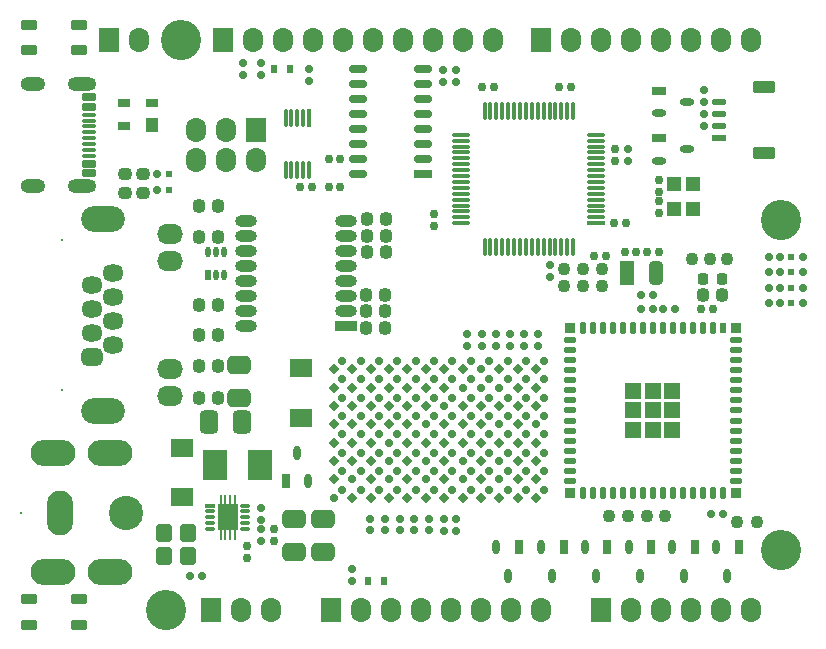
<source format=gts>
G04*
G04 #@! TF.GenerationSoftware,Altium Limited,Altium Designer,23.3.1 (30)*
G04*
G04 Layer_Color=8388736*
%FSLAX44Y44*%
%MOMM*%
G71*
G04*
G04 #@! TF.SameCoordinates,F927A1A9-083D-4E77-8F85-F88C074BD17A*
G04*
G04*
G04 #@! TF.FilePolarity,Negative*
G04*
G01*
G75*
%ADD69C,1.1000*%
G04:AMPARAMS|DCode=70|XSize=1.4032mm|YSize=0.8532mm|CornerRadius=0.1341mm|HoleSize=0mm|Usage=FLASHONLY|Rotation=180.000|XOffset=0mm|YOffset=0mm|HoleType=Round|Shape=RoundedRectangle|*
%AMROUNDEDRECTD70*
21,1,1.4032,0.5850,0,0,180.0*
21,1,1.1350,0.8532,0,0,180.0*
1,1,0.2682,-0.5675,0.2925*
1,1,0.2682,0.5675,0.2925*
1,1,0.2682,0.5675,-0.2925*
1,1,0.2682,-0.5675,-0.2925*
%
%ADD70ROUNDEDRECTD70*%
G04:AMPARAMS|DCode=71|XSize=0.5mm|YSize=0.95mm|CornerRadius=0.13mm|HoleSize=0mm|Usage=FLASHONLY|Rotation=0.000|XOffset=0mm|YOffset=0mm|HoleType=Round|Shape=RoundedRectangle|*
%AMROUNDEDRECTD71*
21,1,0.5000,0.6900,0,0,0.0*
21,1,0.2400,0.9500,0,0,0.0*
1,1,0.2600,0.1200,-0.3450*
1,1,0.2600,-0.1200,-0.3450*
1,1,0.2600,-0.1200,0.3450*
1,1,0.2600,0.1200,0.3450*
%
%ADD71ROUNDEDRECTD71*%
G04:AMPARAMS|DCode=72|XSize=0.6mm|YSize=0.6mm|CornerRadius=0.175mm|HoleSize=0mm|Usage=FLASHONLY|Rotation=0.000|XOffset=0mm|YOffset=0mm|HoleType=Round|Shape=RoundedRectangle|*
%AMROUNDEDRECTD72*
21,1,0.6000,0.2500,0,0,0.0*
21,1,0.2500,0.6000,0,0,0.0*
1,1,0.3500,0.1250,-0.1250*
1,1,0.3500,-0.1250,-0.1250*
1,1,0.3500,-0.1250,0.1250*
1,1,0.3500,0.1250,0.1250*
%
%ADD72ROUNDEDRECTD72*%
%ADD73O,1.5500X0.7000*%
G04:AMPARAMS|DCode=74|XSize=1.0032mm|YSize=1.1032mm|CornerRadius=0.3016mm|HoleSize=0mm|Usage=FLASHONLY|Rotation=90.000|XOffset=0mm|YOffset=0mm|HoleType=Round|Shape=RoundedRectangle|*
%AMROUNDEDRECTD74*
21,1,1.0032,0.5000,0,0,90.0*
21,1,0.4000,1.1032,0,0,90.0*
1,1,0.6032,0.2500,0.2000*
1,1,0.6032,0.2500,-0.2000*
1,1,0.6032,-0.2500,-0.2000*
1,1,0.6032,-0.2500,0.2000*
%
%ADD74ROUNDEDRECTD74*%
G04:AMPARAMS|DCode=75|XSize=1.0032mm|YSize=1.1032mm|CornerRadius=0.3016mm|HoleSize=0mm|Usage=FLASHONLY|Rotation=0.000|XOffset=0mm|YOffset=0mm|HoleType=Round|Shape=RoundedRectangle|*
%AMROUNDEDRECTD75*
21,1,1.0032,0.5000,0,0,0.0*
21,1,0.4000,1.1032,0,0,0.0*
1,1,0.6032,0.2000,-0.2500*
1,1,0.6032,-0.2000,-0.2500*
1,1,0.6032,-0.2000,0.2500*
1,1,0.6032,0.2000,0.2500*
%
%ADD75ROUNDEDRECTD75*%
G04:AMPARAMS|DCode=76|XSize=0.66mm|YSize=1.14mm|CornerRadius=0.09mm|HoleSize=0mm|Usage=FLASHONLY|Rotation=270.000|XOffset=0mm|YOffset=0mm|HoleType=Round|Shape=RoundedRectangle|*
%AMROUNDEDRECTD76*
21,1,0.6600,0.9600,0,0,270.0*
21,1,0.4800,1.1400,0,0,270.0*
1,1,0.1800,-0.4800,-0.2400*
1,1,0.1800,-0.4800,0.2400*
1,1,0.1800,0.4800,0.2400*
1,1,0.1800,0.4800,-0.2400*
%
%ADD76ROUNDEDRECTD76*%
G04:AMPARAMS|DCode=77|XSize=0.36mm|YSize=1.14mm|CornerRadius=0.06mm|HoleSize=0mm|Usage=FLASHONLY|Rotation=90.000|XOffset=0mm|YOffset=0mm|HoleType=Round|Shape=RoundedRectangle|*
%AMROUNDEDRECTD77*
21,1,0.3600,1.0200,0,0,90.0*
21,1,0.2400,1.1400,0,0,90.0*
1,1,0.1200,0.5100,0.1200*
1,1,0.1200,0.5100,-0.1200*
1,1,0.1200,-0.5100,-0.1200*
1,1,0.1200,-0.5100,0.1200*
%
%ADD77ROUNDEDRECTD77*%
G04:AMPARAMS|DCode=78|XSize=0.6mm|YSize=0.6mm|CornerRadius=0.175mm|HoleSize=0mm|Usage=FLASHONLY|Rotation=90.000|XOffset=0mm|YOffset=0mm|HoleType=Round|Shape=RoundedRectangle|*
%AMROUNDEDRECTD78*
21,1,0.6000,0.2500,0,0,90.0*
21,1,0.2500,0.6000,0,0,90.0*
1,1,0.3500,0.1250,0.1250*
1,1,0.3500,0.1250,-0.1250*
1,1,0.3500,-0.1250,-0.1250*
1,1,0.3500,-0.1250,0.1250*
%
%ADD78ROUNDEDRECTD78*%
G04:AMPARAMS|DCode=79|XSize=1.6032mm|YSize=2.0032mm|CornerRadius=0.4516mm|HoleSize=0mm|Usage=FLASHONLY|Rotation=90.000|XOffset=0mm|YOffset=0mm|HoleType=Round|Shape=RoundedRectangle|*
%AMROUNDEDRECTD79*
21,1,1.6032,1.1000,0,0,90.0*
21,1,0.7000,2.0032,0,0,90.0*
1,1,0.9032,0.5500,0.3500*
1,1,0.9032,0.5500,-0.3500*
1,1,0.9032,-0.5500,-0.3500*
1,1,0.9032,-0.5500,0.3500*
%
%ADD79ROUNDEDRECTD79*%
G04:AMPARAMS|DCode=80|XSize=0.6mm|YSize=0.6mm|CornerRadius=0.175mm|HoleSize=0mm|Usage=FLASHONLY|Rotation=45.000|XOffset=0mm|YOffset=0mm|HoleType=Round|Shape=RoundedRectangle|*
%AMROUNDEDRECTD80*
21,1,0.6000,0.2500,0,0,45.0*
21,1,0.2500,0.6000,0,0,45.0*
1,1,0.3500,0.1768,0.0000*
1,1,0.3500,0.0000,-0.1768*
1,1,0.3500,-0.1768,0.0000*
1,1,0.3500,0.0000,0.1768*
%
%ADD80ROUNDEDRECTD80*%
%ADD81P,0.8485X4X90.0*%
%ADD82R,2.0032X2.5032*%
%ADD83O,0.7000X1.2000*%
%ADD84R,0.7000X1.2000*%
G04:AMPARAMS|DCode=85|XSize=0.66mm|YSize=0.66mm|CornerRadius=0.205mm|HoleSize=0mm|Usage=FLASHONLY|Rotation=0.000|XOffset=0mm|YOffset=0mm|HoleType=Round|Shape=RoundedRectangle|*
%AMROUNDEDRECTD85*
21,1,0.6600,0.2500,0,0,0.0*
21,1,0.2500,0.6600,0,0,0.0*
1,1,0.4100,0.1250,-0.1250*
1,1,0.4100,-0.1250,-0.1250*
1,1,0.4100,-0.1250,0.1250*
1,1,0.4100,0.1250,0.1250*
%
%ADD85ROUNDEDRECTD85*%
%ADD86R,0.3600X1.5100*%
%ADD87O,0.3600X1.5100*%
G04:AMPARAMS|DCode=88|XSize=1.6032mm|YSize=2.0032mm|CornerRadius=0.4516mm|HoleSize=0mm|Usage=FLASHONLY|Rotation=180.000|XOffset=0mm|YOffset=0mm|HoleType=Round|Shape=RoundedRectangle|*
%AMROUNDEDRECTD88*
21,1,1.6032,1.1000,0,0,180.0*
21,1,0.7000,2.0032,0,0,180.0*
1,1,0.9032,-0.3500,0.5500*
1,1,0.9032,0.3500,0.5500*
1,1,0.9032,0.3500,-0.5500*
1,1,0.9032,-0.3500,-0.5500*
%
%ADD88ROUNDEDRECTD88*%
%ADD89R,0.6000X0.7000*%
%ADD90R,0.6000X0.6000*%
%ADD91R,1.9632X1.5032*%
%ADD92O,1.8532X0.9632*%
%ADD93R,1.8532X0.9632*%
%ADD94O,0.5000X0.9000*%
%ADD95R,0.5000X0.9000*%
%ADD96R,1.5500X0.7000*%
G04:AMPARAMS|DCode=97|XSize=1mm|YSize=0.9mm|CornerRadius=0.25mm|HoleSize=0mm|Usage=FLASHONLY|Rotation=90.000|XOffset=0mm|YOffset=0mm|HoleType=Round|Shape=RoundedRectangle|*
%AMROUNDEDRECTD97*
21,1,1.0000,0.4000,0,0,90.0*
21,1,0.5000,0.9000,0,0,90.0*
1,1,0.5000,0.2000,0.2500*
1,1,0.5000,0.2000,-0.2500*
1,1,0.5000,-0.2000,-0.2500*
1,1,0.5000,-0.2000,0.2500*
%
%ADD97ROUNDEDRECTD97*%
G04:AMPARAMS|DCode=98|XSize=1.4mm|YSize=1.4mm|CornerRadius=0.18mm|HoleSize=0mm|Usage=FLASHONLY|Rotation=180.000|XOffset=0mm|YOffset=0mm|HoleType=Round|Shape=RoundedRectangle|*
%AMROUNDEDRECTD98*
21,1,1.4000,1.0400,0,0,180.0*
21,1,1.0400,1.4000,0,0,180.0*
1,1,0.3600,-0.5200,0.5200*
1,1,0.3600,0.5200,0.5200*
1,1,0.3600,0.5200,-0.5200*
1,1,0.3600,-0.5200,-0.5200*
%
%ADD98ROUNDEDRECTD98*%
%ADD99R,0.5000X0.9500*%
%ADD100R,0.9500X0.9500*%
G04:AMPARAMS|DCode=101|XSize=0.5mm|YSize=0.95mm|CornerRadius=0.13mm|HoleSize=0mm|Usage=FLASHONLY|Rotation=90.000|XOffset=0mm|YOffset=0mm|HoleType=Round|Shape=RoundedRectangle|*
%AMROUNDEDRECTD101*
21,1,0.5000,0.6900,0,0,90.0*
21,1,0.2400,0.9500,0,0,90.0*
1,1,0.2600,0.3450,0.1200*
1,1,0.2600,0.3450,-0.1200*
1,1,0.2600,-0.3450,-0.1200*
1,1,0.2600,-0.3450,0.1200*
%
%ADD101ROUNDEDRECTD101*%
G04:AMPARAMS|DCode=102|XSize=0.66mm|YSize=0.66mm|CornerRadius=0.205mm|HoleSize=0mm|Usage=FLASHONLY|Rotation=270.000|XOffset=0mm|YOffset=0mm|HoleType=Round|Shape=RoundedRectangle|*
%AMROUNDEDRECTD102*
21,1,0.6600,0.2500,0,0,270.0*
21,1,0.2500,0.6600,0,0,270.0*
1,1,0.4100,-0.1250,-0.1250*
1,1,0.4100,-0.1250,0.1250*
1,1,0.4100,0.1250,0.1250*
1,1,0.4100,0.1250,-0.1250*
%
%ADD102ROUNDEDRECTD102*%
G04:AMPARAMS|DCode=103|XSize=1.4032mm|YSize=1.6032mm|CornerRadius=0.4016mm|HoleSize=0mm|Usage=FLASHONLY|Rotation=0.000|XOffset=0mm|YOffset=0mm|HoleType=Round|Shape=RoundedRectangle|*
%AMROUNDEDRECTD103*
21,1,1.4032,0.8000,0,0,0.0*
21,1,0.6000,1.6032,0,0,0.0*
1,1,0.8032,0.3000,-0.4000*
1,1,0.8032,-0.3000,-0.4000*
1,1,0.8032,-0.3000,0.4000*
1,1,0.8032,0.3000,0.4000*
%
%ADD103ROUNDEDRECTD103*%
%ADD104O,1.2000X0.7000*%
%ADD105R,1.2000X0.7000*%
%ADD106R,1.1000X1.1500*%
G04:AMPARAMS|DCode=107|XSize=0.75mm|YSize=1.1mm|CornerRadius=0.2125mm|HoleSize=0mm|Usage=FLASHONLY|Rotation=270.000|XOffset=0mm|YOffset=0mm|HoleType=Round|Shape=RoundedRectangle|*
%AMROUNDEDRECTD107*
21,1,0.7500,0.6750,0,0,270.0*
21,1,0.3250,1.1000,0,0,270.0*
1,1,0.4250,-0.3375,-0.1625*
1,1,0.4250,-0.3375,0.1625*
1,1,0.4250,0.3375,0.1625*
1,1,0.4250,0.3375,-0.1625*
%
%ADD107ROUNDEDRECTD107*%
%ADD108O,1.5100X0.3600*%
%ADD109R,1.5100X0.3600*%
G04:AMPARAMS|DCode=110|XSize=0.65mm|YSize=0.65mm|CornerRadius=0.2mm|HoleSize=0mm|Usage=FLASHONLY|Rotation=270.000|XOffset=0mm|YOffset=0mm|HoleType=Round|Shape=RoundedRectangle|*
%AMROUNDEDRECTD110*
21,1,0.6500,0.2500,0,0,270.0*
21,1,0.2500,0.6500,0,0,270.0*
1,1,0.4000,-0.1250,-0.1250*
1,1,0.4000,-0.1250,0.1250*
1,1,0.4000,0.1250,0.1250*
1,1,0.4000,0.1250,-0.1250*
%
%ADD110ROUNDEDRECTD110*%
%ADD111R,1.3000X1.2000*%
G04:AMPARAMS|DCode=112|XSize=1.2032mm|YSize=2.0032mm|CornerRadius=0.3516mm|HoleSize=0mm|Usage=FLASHONLY|Rotation=0.000|XOffset=0mm|YOffset=0mm|HoleType=Round|Shape=RoundedRectangle|*
%AMROUNDEDRECTD112*
21,1,1.2032,1.3000,0,0,0.0*
21,1,0.5000,2.0032,0,0,0.0*
1,1,0.7032,0.2500,-0.6500*
1,1,0.7032,-0.2500,-0.6500*
1,1,0.7032,-0.2500,0.6500*
1,1,0.7032,0.2500,0.6500*
%
%ADD112ROUNDEDRECTD112*%
%ADD113R,1.2032X2.0032*%
G04:AMPARAMS|DCode=114|XSize=1.2mm|YSize=0.5mm|CornerRadius=0.19mm|HoleSize=0mm|Usage=FLASHONLY|Rotation=180.000|XOffset=0mm|YOffset=0mm|HoleType=Round|Shape=RoundedRectangle|*
%AMROUNDEDRECTD114*
21,1,1.2000,0.1200,0,0,180.0*
21,1,0.8200,0.5000,0,0,180.0*
1,1,0.3800,-0.4100,0.0600*
1,1,0.3800,0.4100,0.0600*
1,1,0.3800,0.4100,-0.0600*
1,1,0.3800,-0.4100,-0.0600*
%
%ADD114ROUNDEDRECTD114*%
G04:AMPARAMS|DCode=115|XSize=1.8mm|YSize=1.1mm|CornerRadius=0.125mm|HoleSize=0mm|Usage=FLASHONLY|Rotation=180.000|XOffset=0mm|YOffset=0mm|HoleType=Round|Shape=RoundedRectangle|*
%AMROUNDEDRECTD115*
21,1,1.8000,0.8500,0,0,180.0*
21,1,1.5500,1.1000,0,0,180.0*
1,1,0.2500,-0.7750,0.4250*
1,1,0.2500,0.7750,0.4250*
1,1,0.2500,0.7750,-0.4250*
1,1,0.2500,-0.7750,-0.4250*
%
%ADD115ROUNDEDRECTD115*%
%ADD116R,1.2000X0.5000*%
%ADD117O,0.9100X0.3100*%
%ADD118R,0.9100X0.3100*%
%ADD119R,1.7600X2.2100*%
%ADD120R,0.2700X1.1100*%
%ADD121R,1.7032X2.1032*%
%ADD122O,1.7032X2.1032*%
%ADD123O,3.7032X2.2032*%
%ADD124C,0.2032*%
%ADD125O,2.2032X1.7032*%
%ADD126O,1.8032X1.4532*%
G04:AMPARAMS|DCode=127|XSize=1.4532mm|YSize=1.8032mm|CornerRadius=0.4141mm|HoleSize=0mm|Usage=FLASHONLY|Rotation=90.000|XOffset=0mm|YOffset=0mm|HoleType=Round|Shape=RoundedRectangle|*
%AMROUNDEDRECTD127*
21,1,1.4532,0.9750,0,0,90.0*
21,1,0.6250,1.8032,0,0,90.0*
1,1,0.8282,0.4875,0.3125*
1,1,0.8282,0.4875,-0.3125*
1,1,0.8282,-0.4875,-0.3125*
1,1,0.8282,-0.4875,0.3125*
%
%ADD127ROUNDEDRECTD127*%
%ADD128O,2.1000X1.2000*%
%ADD129O,2.4000X1.2000*%
%ADD130R,0.1000X0.1000*%
%ADD131O,2.2032X3.8032*%
%ADD132C,2.9032*%
%ADD133O,3.8032X2.2032*%
%ADD134C,3.4032*%
D69*
X1140000Y600000D02*
D03*
X1123000D02*
D03*
X1062000Y605000D02*
D03*
X1047000D02*
D03*
X1031000D02*
D03*
X1015000D02*
D03*
X977000Y799000D02*
D03*
Y814000D02*
D03*
X993000Y799000D02*
D03*
Y814000D02*
D03*
X1009000Y799000D02*
D03*
Y814000D02*
D03*
X1100000Y822000D02*
D03*
X1115000D02*
D03*
X1085000D02*
D03*
D70*
X523500Y512750D02*
D03*
Y534250D02*
D03*
X566500Y512750D02*
D03*
Y534250D02*
D03*
X523500Y999250D02*
D03*
Y1020750D02*
D03*
X566500Y999250D02*
D03*
Y1020750D02*
D03*
D71*
X1060500Y624000D02*
D03*
X1069000D02*
D03*
X1111500D02*
D03*
X1103000Y764000D02*
D03*
X1094500D02*
D03*
X1077500Y764000D02*
D03*
X1086000Y764000D02*
D03*
X1069000D02*
D03*
X1060500D02*
D03*
X1052000D02*
D03*
X1043500D02*
D03*
X1035000D02*
D03*
X1026500D02*
D03*
X1018000Y764000D02*
D03*
X1103000Y624000D02*
D03*
X1094500D02*
D03*
X1077500D02*
D03*
X1086000Y624000D02*
D03*
X1052000D02*
D03*
X1043500Y624000D02*
D03*
X1035000Y624000D02*
D03*
X1026500Y624000D02*
D03*
X1018000Y624000D02*
D03*
X1009500Y764000D02*
D03*
X1001000Y764000D02*
D03*
X992500Y764000D02*
D03*
X1009500Y624000D02*
D03*
X1001000D02*
D03*
X992500D02*
D03*
D72*
X885000Y602500D02*
D03*
Y592000D02*
D03*
X1111500Y606000D02*
D03*
X875000Y602500D02*
D03*
Y592000D02*
D03*
X670000Y553500D02*
D03*
X660000D02*
D03*
X1160000Y798000D02*
D03*
X1150000D02*
D03*
X1052000Y792000D02*
D03*
X1042000D02*
D03*
X1052000Y780000D02*
D03*
X1042000D02*
D03*
X1070500D02*
D03*
X1060500D02*
D03*
X1160000Y824000D02*
D03*
X1150000D02*
D03*
X1160000Y811000D02*
D03*
X1150000D02*
D03*
X1160000Y785000D02*
D03*
X1150000D02*
D03*
X1179000Y824000D02*
D03*
Y811000D02*
D03*
Y798000D02*
D03*
Y785000D02*
D03*
X1101500Y606000D02*
D03*
X632000Y894000D02*
D03*
Y881000D02*
D03*
D73*
X857250Y970750D02*
D03*
X857250Y983450D02*
D03*
X857250Y907250D02*
D03*
X857250Y919950D02*
D03*
Y932650D02*
D03*
Y945350D02*
D03*
Y958050D02*
D03*
X802750Y894550D02*
D03*
Y907250D02*
D03*
Y919950D02*
D03*
Y932650D02*
D03*
Y945350D02*
D03*
Y958050D02*
D03*
Y970750D02*
D03*
Y983450D02*
D03*
D74*
X620000Y878000D02*
D03*
Y894000D02*
D03*
X605000Y878000D02*
D03*
Y894000D02*
D03*
D75*
X668000Y867500D02*
D03*
X684000D02*
D03*
X810000Y842000D02*
D03*
X826000D02*
D03*
X809000Y778000D02*
D03*
X825000D02*
D03*
X1094500Y792000D02*
D03*
X1110500D02*
D03*
X684000Y841000D02*
D03*
X668000D02*
D03*
X684000Y731500D02*
D03*
X668000D02*
D03*
X810000Y828000D02*
D03*
X826000D02*
D03*
X810000Y856000D02*
D03*
X826000D02*
D03*
X825000Y764000D02*
D03*
X809000D02*
D03*
X825000Y792000D02*
D03*
X809000D02*
D03*
X684000Y783500D02*
D03*
X668000D02*
D03*
X668000Y757500D02*
D03*
X684000D02*
D03*
X668000Y704500D02*
D03*
X684000D02*
D03*
D76*
X574500Y895000D02*
D03*
Y959000D02*
D03*
Y951000D02*
D03*
Y903000D02*
D03*
D77*
Y944500D02*
D03*
Y939500D02*
D03*
Y934500D02*
D03*
Y929500D02*
D03*
Y924500D02*
D03*
Y919500D02*
D03*
Y914500D02*
D03*
Y909500D02*
D03*
D78*
X895000Y759000D02*
D03*
X895000Y749000D02*
D03*
X964691Y817309D02*
D03*
Y807309D02*
D03*
X761000Y983000D02*
D03*
Y973000D02*
D03*
X874000Y982000D02*
D03*
Y972000D02*
D03*
X885000Y982000D02*
D03*
Y972000D02*
D03*
X720000Y988000D02*
D03*
Y978000D02*
D03*
X705000Y988000D02*
D03*
Y978000D02*
D03*
X797500Y560000D02*
D03*
Y550000D02*
D03*
X720000Y583500D02*
D03*
Y593500D02*
D03*
Y601500D02*
D03*
Y611500D02*
D03*
X955000Y749000D02*
D03*
X955000Y759000D02*
D03*
X919000Y749000D02*
D03*
X919000Y759000D02*
D03*
X907000Y749000D02*
D03*
X907000Y759000D02*
D03*
X931000Y749000D02*
D03*
X931000Y759000D02*
D03*
X943000Y749000D02*
D03*
X943000Y759000D02*
D03*
X812500Y602500D02*
D03*
X812500Y592500D02*
D03*
X825000Y602500D02*
D03*
X825000Y592500D02*
D03*
X862500Y602500D02*
D03*
Y592500D02*
D03*
X850000Y602500D02*
D03*
X850000Y592500D02*
D03*
X1095000Y945000D02*
D03*
Y935000D02*
D03*
Y955000D02*
D03*
Y965000D02*
D03*
X837500Y602500D02*
D03*
X837500Y592500D02*
D03*
D79*
X772500Y602500D02*
D03*
Y574500D02*
D03*
X748000Y602500D02*
D03*
X748000Y574500D02*
D03*
X701750Y732500D02*
D03*
Y704500D02*
D03*
D80*
X789000Y704887D02*
D03*
X804556Y720444D02*
D03*
X866781Y627105D02*
D03*
X851225Y627105D02*
D03*
X835668Y627105D02*
D03*
X960119Y658217D02*
D03*
X820112Y627105D02*
D03*
X944562Y658217D02*
D03*
X804556Y627105D02*
D03*
X921935Y651146D02*
D03*
X929006Y658217D02*
D03*
X897894Y673774D02*
D03*
X781929Y620034D02*
D03*
X789000Y627105D02*
D03*
X913450Y658217D02*
D03*
X882338Y673774D02*
D03*
X960118Y642661D02*
D03*
X890823Y651146D02*
D03*
X897894Y658217D02*
D03*
X866781Y673774D02*
D03*
X859710Y682260D02*
D03*
X866781Y689331D02*
D03*
X944562Y642661D02*
D03*
X882337Y658218D02*
D03*
X851225Y673774D02*
D03*
X851225Y689331D02*
D03*
X921935Y635590D02*
D03*
X929006Y642661D02*
D03*
X859710Y651147D02*
D03*
X866781Y658218D02*
D03*
X828598Y666703D02*
D03*
X835669Y673774D02*
D03*
X835669Y689331D02*
D03*
X866782Y704887D02*
D03*
X913450Y642661D02*
D03*
X851225Y658218D02*
D03*
X820113Y673774D02*
D03*
X820113Y689331D02*
D03*
X851225Y704887D02*
D03*
X890823Y635590D02*
D03*
X897894Y642661D02*
D03*
X828598Y651147D02*
D03*
X835669Y658218D02*
D03*
X804556Y673774D02*
D03*
Y689331D02*
D03*
X835669Y704887D02*
D03*
X890823Y713372D02*
D03*
X897894Y720443D02*
D03*
X882337Y642661D02*
D03*
X820113Y658218D02*
D03*
X789000Y673774D02*
D03*
X789000Y689331D02*
D03*
X820113Y704887D02*
D03*
X882338Y720443D02*
D03*
X960118Y627104D02*
D03*
X859710Y635590D02*
D03*
X866781Y642661D02*
D03*
X804556Y658218D02*
D03*
X953048Y682259D02*
D03*
X960119Y689330D02*
D03*
X960119Y704886D02*
D03*
X804556Y704887D02*
D03*
X866782Y720443D02*
D03*
X960119Y735999D02*
D03*
X944562Y627104D02*
D03*
X851225Y642661D02*
D03*
X789000Y658218D02*
D03*
X944563Y689330D02*
D03*
X944563Y704886D02*
D03*
X851225Y720444D02*
D03*
X944563Y735999D02*
D03*
X929006Y627104D02*
D03*
X828597Y635590D02*
D03*
X835669Y642661D02*
D03*
X960119Y673773D02*
D03*
X921935Y682259D02*
D03*
X929006Y689330D02*
D03*
X929007Y704887D02*
D03*
X960119Y720443D02*
D03*
X835669Y720444D02*
D03*
X929007Y736000D02*
D03*
X866782Y736000D02*
D03*
X913450Y627104D02*
D03*
X820112Y642662D02*
D03*
X944563Y673774D02*
D03*
X913450Y689330D02*
D03*
X913450Y704887D02*
D03*
X944563Y720443D02*
D03*
X820113Y720444D02*
D03*
X906379Y728929D02*
D03*
X913450Y736000D02*
D03*
X851225Y736000D02*
D03*
X897893Y627104D02*
D03*
X797485Y635591D02*
D03*
X804556Y642662D02*
D03*
X929006Y673774D02*
D03*
X897894Y689330D02*
D03*
X897894Y704887D02*
D03*
X921936Y713372D02*
D03*
X929007Y720443D02*
D03*
X882337Y627105D02*
D03*
X789000Y642662D02*
D03*
X913450Y673774D02*
D03*
X882338Y689331D02*
D03*
X875267Y697816D02*
D03*
X882338Y704887D02*
D03*
X906379Y713372D02*
D03*
X913450Y720443D02*
D03*
X897894Y736000D02*
D03*
X835669Y736000D02*
D03*
X804556D02*
D03*
X789000Y720444D02*
D03*
X882338Y736000D02*
D03*
X820113Y736000D02*
D03*
X789000D02*
D03*
D81*
X781929Y697816D02*
D03*
X797485Y713373D02*
D03*
X859710Y620034D02*
D03*
X844154Y620034D02*
D03*
X828597Y620034D02*
D03*
X953048Y651146D02*
D03*
X813041Y620034D02*
D03*
X937491Y651146D02*
D03*
X797485Y620034D02*
D03*
X890823Y666703D02*
D03*
X906379Y651146D02*
D03*
X875266Y666703D02*
D03*
X953047Y635589D02*
D03*
X859710Y666703D02*
D03*
X937491Y635589D02*
D03*
X875266Y651146D02*
D03*
X844154Y666703D02*
D03*
X844154Y682260D02*
D03*
X828598Y682260D02*
D03*
X859710Y697816D02*
D03*
X906379Y635590D02*
D03*
X844154Y651147D02*
D03*
X813042Y666703D02*
D03*
X813042Y682260D02*
D03*
X844154Y697816D02*
D03*
X797485Y666703D02*
D03*
X797485Y682260D02*
D03*
X828598Y697816D02*
D03*
X875266Y635590D02*
D03*
X813041Y651147D02*
D03*
X781929Y666703D02*
D03*
X781929Y682260D02*
D03*
X813042Y697816D02*
D03*
X875267Y713372D02*
D03*
X953047Y620033D02*
D03*
X797485Y651147D02*
D03*
X953048Y697815D02*
D03*
X797485Y697816D02*
D03*
X859711Y713372D02*
D03*
X953048Y728928D02*
D03*
X937491Y620033D02*
D03*
X844154Y635590D02*
D03*
X781929Y651147D02*
D03*
X937492Y682259D02*
D03*
X937492Y697815D02*
D03*
X844154Y713372D02*
D03*
X937492Y728928D02*
D03*
X921935Y620033D02*
D03*
X953048Y666702D02*
D03*
X921935Y697816D02*
D03*
X953048Y713372D02*
D03*
X828598Y713372D02*
D03*
X921936Y728929D02*
D03*
X859711Y728929D02*
D03*
X906379Y620033D02*
D03*
X813041Y635590D02*
D03*
X937492Y666702D02*
D03*
X906379Y682259D02*
D03*
X906379Y697816D02*
D03*
X937492Y713372D02*
D03*
X813042Y713373D02*
D03*
X844154Y728929D02*
D03*
X890822Y620033D02*
D03*
X921935Y666703D02*
D03*
X890823Y682259D02*
D03*
X890823Y697816D02*
D03*
X875266Y620033D02*
D03*
X781929Y635591D02*
D03*
X906379Y666703D02*
D03*
X875267Y682259D02*
D03*
X890823Y728929D02*
D03*
X828598Y728929D02*
D03*
X797485Y728929D02*
D03*
X781929Y713372D02*
D03*
X875267Y728929D02*
D03*
X813042Y728929D02*
D03*
X781929Y728929D02*
D03*
D82*
X681000Y648001D02*
D03*
X719000D02*
D03*
D83*
X750500Y658000D02*
D03*
X760000Y634000D02*
D03*
X929000Y554000D02*
D03*
X919500Y578000D02*
D03*
X967000Y554000D02*
D03*
X957500Y578000D02*
D03*
X1004000Y554000D02*
D03*
X994500Y578000D02*
D03*
X1041000Y554000D02*
D03*
X1031500Y578000D02*
D03*
X1078000Y554000D02*
D03*
X1068500Y578000D02*
D03*
X1115000Y554000D02*
D03*
X1105500Y578000D02*
D03*
D84*
X741000Y634000D02*
D03*
X938500Y578000D02*
D03*
X976500D02*
D03*
X1013500D02*
D03*
X1050500Y578000D02*
D03*
X1087500Y578000D02*
D03*
X1124500Y578000D02*
D03*
D85*
X1029000Y852500D02*
D03*
X1019000D02*
D03*
X753500Y883000D02*
D03*
X763500D02*
D03*
X777500D02*
D03*
X787500D02*
D03*
X777500Y907000D02*
D03*
X787500D02*
D03*
X1103000Y780000D02*
D03*
X1093000D02*
D03*
X982500Y967750D02*
D03*
X972500D02*
D03*
X1057000Y828000D02*
D03*
X1047000D02*
D03*
X1038000D02*
D03*
X1028000D02*
D03*
X917500Y967750D02*
D03*
X907500D02*
D03*
X1002000Y825000D02*
D03*
X1012000D02*
D03*
D86*
X761000Y942000D02*
D03*
D87*
X756000D02*
D03*
X751000D02*
D03*
X746000D02*
D03*
X741000D02*
D03*
X761000Y898000D02*
D03*
X756000D02*
D03*
X751000D02*
D03*
X746000D02*
D03*
X741000D02*
D03*
X984500Y832750D02*
D03*
X979500D02*
D03*
X974500D02*
D03*
X969500D02*
D03*
X964500Y832750D02*
D03*
X959500D02*
D03*
X954500Y832750D02*
D03*
X949500D02*
D03*
X944500D02*
D03*
X939500D02*
D03*
X934500Y832750D02*
D03*
X929500D02*
D03*
X924500Y832750D02*
D03*
X919500D02*
D03*
X914500D02*
D03*
X909500D02*
D03*
Y947250D02*
D03*
X914500D02*
D03*
X919500D02*
D03*
X924500D02*
D03*
X929500Y947250D02*
D03*
X934500D02*
D03*
X939500Y947250D02*
D03*
X944500D02*
D03*
X949500D02*
D03*
X954500D02*
D03*
X959500Y947250D02*
D03*
X964500D02*
D03*
X969500Y947250D02*
D03*
X974500D02*
D03*
X979500D02*
D03*
X984500D02*
D03*
D88*
X704000Y684500D02*
D03*
X676000D02*
D03*
D89*
X810500Y550000D02*
D03*
X824500D02*
D03*
X745000Y983000D02*
D03*
X731000D02*
D03*
D90*
X1169000Y824000D02*
D03*
Y811000D02*
D03*
Y798000D02*
D03*
Y785000D02*
D03*
X642000Y894000D02*
D03*
Y881000D02*
D03*
D91*
X754000Y688000D02*
D03*
Y730000D02*
D03*
X653000Y662500D02*
D03*
Y620500D02*
D03*
D92*
X792550Y854450D02*
D03*
Y841750D02*
D03*
Y829050D02*
D03*
Y816350D02*
D03*
Y803650D02*
D03*
Y790950D02*
D03*
Y778250D02*
D03*
X707450Y765550D02*
D03*
Y778250D02*
D03*
Y790950D02*
D03*
Y803650D02*
D03*
Y816350D02*
D03*
Y829050D02*
D03*
Y841750D02*
D03*
Y854450D02*
D03*
D93*
X792550Y765550D02*
D03*
D94*
X688500Y828500D02*
D03*
X682000D02*
D03*
X675500D02*
D03*
X688500Y808500D02*
D03*
X682000D02*
D03*
D95*
X675500D02*
D03*
D96*
X857250Y894550D02*
D03*
D97*
X1094500Y805000D02*
D03*
X1110500D02*
D03*
D98*
X1035500Y710500D02*
D03*
X1052000D02*
D03*
X1068500Y710500D02*
D03*
Y694000D02*
D03*
X1052000D02*
D03*
X1035500D02*
D03*
X1035500Y677500D02*
D03*
X1052000Y677500D02*
D03*
X1068500Y677500D02*
D03*
D99*
X1111500Y764000D02*
D03*
D100*
X1122000D02*
D03*
Y624000D02*
D03*
X982000Y764000D02*
D03*
X982000Y624000D02*
D03*
D101*
X1122000Y753500D02*
D03*
Y745000D02*
D03*
Y736500D02*
D03*
Y719500D02*
D03*
Y728000D02*
D03*
Y711000D02*
D03*
Y702500D02*
D03*
Y694000D02*
D03*
X1122000Y677000D02*
D03*
X1122000Y685500D02*
D03*
Y668500D02*
D03*
Y660000D02*
D03*
Y651500D02*
D03*
Y634500D02*
D03*
Y643000D02*
D03*
X982000Y753500D02*
D03*
X982000Y745000D02*
D03*
Y736500D02*
D03*
X982000Y719500D02*
D03*
X982000Y728000D02*
D03*
Y711000D02*
D03*
X982000Y702500D02*
D03*
X982000Y694000D02*
D03*
Y677000D02*
D03*
X982000Y685500D02*
D03*
X982000Y668500D02*
D03*
Y660000D02*
D03*
X982000Y651500D02*
D03*
X982000Y634500D02*
D03*
Y643000D02*
D03*
D102*
X708000Y569500D02*
D03*
Y579500D02*
D03*
X731000Y583500D02*
D03*
Y593500D02*
D03*
X1057000Y871000D02*
D03*
Y861000D02*
D03*
Y889000D02*
D03*
Y879000D02*
D03*
X1020000Y915000D02*
D03*
Y905000D02*
D03*
X867000Y860000D02*
D03*
Y850000D02*
D03*
D103*
X638002Y570451D02*
D03*
X658001D02*
D03*
X638002Y590451D02*
D03*
X658001D02*
D03*
D104*
X1081000Y915000D02*
D03*
X1057000Y905500D02*
D03*
X1081000Y955000D02*
D03*
X1057000Y945500D02*
D03*
D105*
Y924500D02*
D03*
Y964500D02*
D03*
D106*
X628000Y936000D02*
D03*
D107*
Y954000D02*
D03*
X604000D02*
D03*
Y935000D02*
D03*
D108*
X889750Y852500D02*
D03*
Y857500D02*
D03*
Y862500D02*
D03*
Y867500D02*
D03*
X889750Y872500D02*
D03*
Y877500D02*
D03*
X889750Y882500D02*
D03*
Y887500D02*
D03*
Y892500D02*
D03*
Y897500D02*
D03*
X889750Y902500D02*
D03*
Y907500D02*
D03*
X889750Y912500D02*
D03*
Y917500D02*
D03*
Y922500D02*
D03*
Y927500D02*
D03*
X1004250D02*
D03*
Y922500D02*
D03*
Y917500D02*
D03*
Y912500D02*
D03*
X1004250Y907500D02*
D03*
Y902500D02*
D03*
X1004250Y897500D02*
D03*
Y892500D02*
D03*
Y887500D02*
D03*
Y882500D02*
D03*
X1004250Y877500D02*
D03*
Y872500D02*
D03*
X1004250Y867500D02*
D03*
Y862500D02*
D03*
Y857500D02*
D03*
D109*
Y852500D02*
D03*
D110*
X1031000Y915000D02*
D03*
Y905000D02*
D03*
D111*
X1070250Y864250D02*
D03*
X1070250Y885750D02*
D03*
X1085750D02*
D03*
X1085750Y864250D02*
D03*
D112*
X1055000Y810000D02*
D03*
D113*
X1030000Y810000D02*
D03*
D114*
X1108000Y955000D02*
D03*
X1108000Y945000D02*
D03*
Y935000D02*
D03*
D115*
X1146500Y912000D02*
D03*
Y968000D02*
D03*
D116*
X1108000Y925000D02*
D03*
D117*
X706750Y603500D02*
D03*
Y598500D02*
D03*
Y608500D02*
D03*
Y613500D02*
D03*
Y593500D02*
D03*
X677250Y603500D02*
D03*
Y608500D02*
D03*
Y598500D02*
D03*
Y593500D02*
D03*
D118*
Y613500D02*
D03*
D119*
X692000Y603500D02*
D03*
D120*
X694000Y617250D02*
D03*
X698000Y617250D02*
D03*
X690000Y617250D02*
D03*
X686000Y617250D02*
D03*
X694000Y589750D02*
D03*
X698000Y589750D02*
D03*
X690000Y589750D02*
D03*
X686000Y589750D02*
D03*
D121*
X715900Y931800D02*
D03*
X591440Y1008000D02*
D03*
X687960D02*
D03*
X957200Y1008000D02*
D03*
X779400Y525400D02*
D03*
X1008000D02*
D03*
X677800D02*
D03*
D122*
X690500Y931800D02*
D03*
X665100D02*
D03*
X665100Y906400D02*
D03*
X690500D02*
D03*
X715900D02*
D03*
X616840Y1008000D02*
D03*
X789560D02*
D03*
X738760D02*
D03*
X713360D02*
D03*
X764160D02*
D03*
X916560D02*
D03*
X814960D02*
D03*
X840360D02*
D03*
X865760Y1008000D02*
D03*
X891160Y1008000D02*
D03*
X1058800Y1008000D02*
D03*
X1008000D02*
D03*
X982600D02*
D03*
X1033400D02*
D03*
X1084200D02*
D03*
X1109600D02*
D03*
X1135000Y1008000D02*
D03*
X881000Y525400D02*
D03*
X830200D02*
D03*
X804800D02*
D03*
X855600D02*
D03*
X906400D02*
D03*
X931800D02*
D03*
X957200Y525400D02*
D03*
X1135000Y525400D02*
D03*
X1084200D02*
D03*
X1033400D02*
D03*
X1058800D02*
D03*
X1109600D02*
D03*
X703200D02*
D03*
X728600D02*
D03*
D123*
X586300Y856250D02*
D03*
Y693750D02*
D03*
D124*
X552000Y838500D02*
D03*
Y711500D02*
D03*
X517000Y607500D02*
D03*
D125*
X643400Y843600D02*
D03*
Y820700D02*
D03*
Y729300D02*
D03*
Y706400D02*
D03*
D126*
X577400Y800300D02*
D03*
X595200Y810700D02*
D03*
X577400Y779900D02*
D03*
X595200Y790100D02*
D03*
X577400Y759500D02*
D03*
X595200Y769700D02*
D03*
Y749300D02*
D03*
D127*
X577400Y739100D02*
D03*
D128*
X527000Y970200D02*
D03*
Y883800D02*
D03*
D129*
X568800Y970200D02*
D03*
Y883800D02*
D03*
D130*
X563800Y955900D02*
D03*
Y898100D02*
D03*
D131*
X550000Y607500D02*
D03*
D132*
X606000D02*
D03*
D133*
X544000Y658000D02*
D03*
X592000D02*
D03*
X544000Y557000D02*
D03*
X592000D02*
D03*
D134*
X639700Y525400D02*
D03*
X652400Y1008000D02*
D03*
X1160400Y855600D02*
D03*
Y576200D02*
D03*
M02*

</source>
